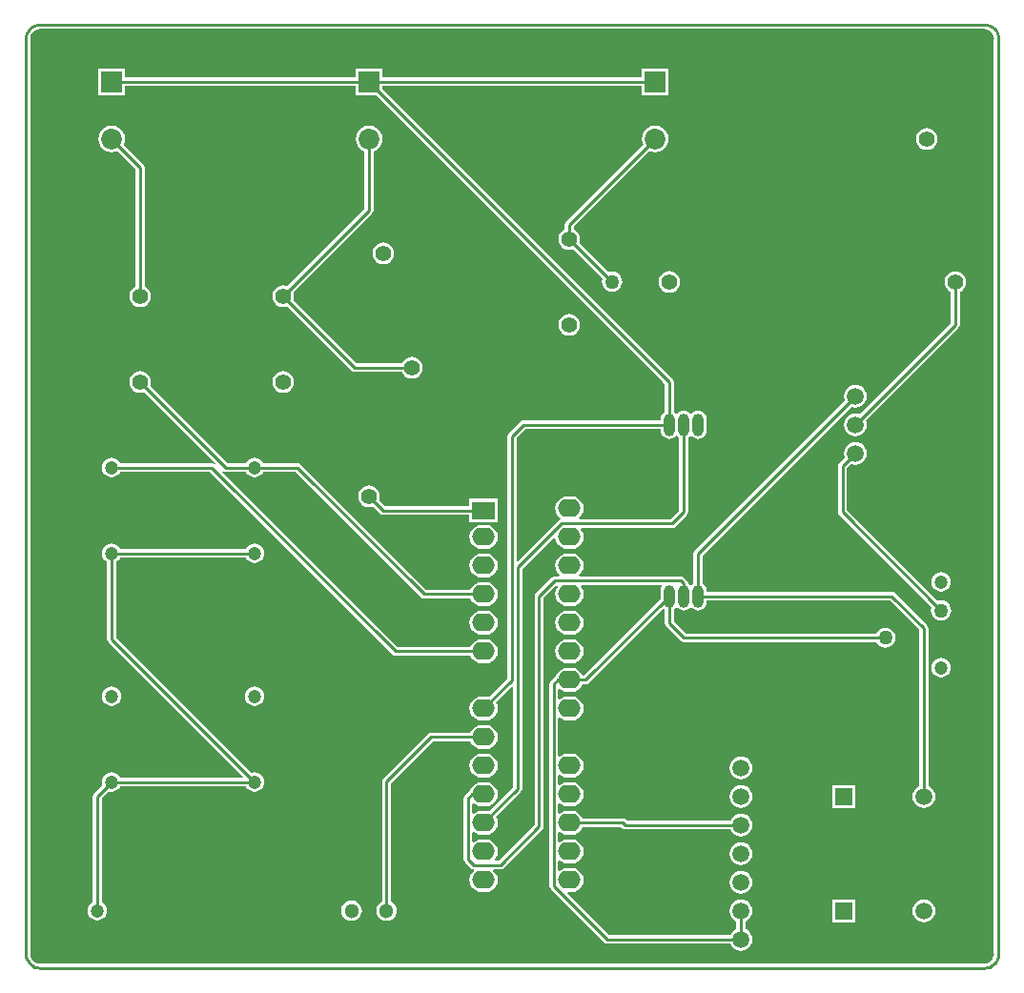
<source format=gtl>
G04 Layer_Physical_Order=1*
G04 Layer_Color=255*
%FSLAX25Y25*%
%MOIN*%
G70*
G01*
G75*
%ADD10C,0.01000*%
%ADD11C,0.04724*%
%ADD12C,0.05512*%
%ADD13C,0.05906*%
%ADD14R,0.05906X0.05906*%
%ADD15O,0.03937X0.07874*%
%ADD16O,0.03937X0.07874*%
%ADD17C,0.05118*%
%ADD18O,0.07874X0.06299*%
%ADD19R,0.07874X0.06299*%
%ADD20R,0.05906X0.05906*%
%ADD21R,0.07284X0.07284*%
%ADD22C,0.07284*%
%ADD23C,0.05000*%
G36*
X545901Y498361D02*
X546740Y498014D01*
X547461Y497461D01*
X548014Y496740D01*
X548361Y495901D01*
X548476Y495028D01*
X548471Y495000D01*
Y175000D01*
X548476Y174972D01*
X548361Y174099D01*
X548014Y173260D01*
X547461Y172539D01*
X546740Y171986D01*
X545901Y171639D01*
X545028Y171524D01*
X545000Y171529D01*
X215000D01*
X214972Y171524D01*
X214099Y171639D01*
X213260Y171986D01*
X212539Y172539D01*
X211986Y173260D01*
X211639Y174099D01*
X211524Y174972D01*
X211529Y175000D01*
Y495000D01*
X211524Y495028D01*
X211639Y495901D01*
X211986Y496740D01*
X212539Y497461D01*
X213260Y498014D01*
X214099Y498361D01*
X214972Y498476D01*
X215000Y498471D01*
X545000D01*
X545028Y498476D01*
X545901Y498361D01*
D02*
G37*
%LPC*%
G36*
X290000Y268391D02*
X289122Y268276D01*
X288304Y267937D01*
X287602Y267398D01*
X287063Y266696D01*
X286724Y265878D01*
X286609Y265000D01*
X286724Y264122D01*
X287063Y263304D01*
X287602Y262602D01*
X288304Y262063D01*
X289122Y261724D01*
X290000Y261609D01*
X290878Y261724D01*
X291696Y262063D01*
X292398Y262602D01*
X292937Y263304D01*
X293276Y264122D01*
X293391Y265000D01*
X293276Y265878D01*
X292937Y266696D01*
X292398Y267398D01*
X291696Y267937D01*
X290878Y268276D01*
X290000Y268391D01*
D02*
G37*
G36*
X530000Y278391D02*
X529122Y278276D01*
X528304Y277937D01*
X527602Y277398D01*
X527063Y276696D01*
X526724Y275878D01*
X526609Y275000D01*
X526724Y274122D01*
X527063Y273304D01*
X527602Y272602D01*
X528304Y272063D01*
X529122Y271724D01*
X530000Y271609D01*
X530878Y271724D01*
X531696Y272063D01*
X532398Y272602D01*
X532937Y273304D01*
X533276Y274122D01*
X533391Y275000D01*
X533276Y275878D01*
X532937Y276696D01*
X532398Y277398D01*
X531696Y277937D01*
X530878Y278276D01*
X530000Y278391D01*
D02*
G37*
G36*
X370827Y254933D02*
X369252D01*
X368169Y254791D01*
X367159Y254373D01*
X366293Y253708D01*
X365627Y252841D01*
X365394Y252277D01*
X351748D01*
X351163Y252161D01*
X350667Y251829D01*
X335021Y236184D01*
X334689Y235688D01*
X334573Y235102D01*
Y193219D01*
X334308Y193109D01*
X333564Y192538D01*
X332994Y191795D01*
X332635Y190929D01*
X332513Y190000D01*
X332635Y189071D01*
X332994Y188205D01*
X333564Y187462D01*
X334308Y186891D01*
X335173Y186533D01*
X336102Y186410D01*
X337032Y186533D01*
X337897Y186891D01*
X338641Y187462D01*
X339211Y188205D01*
X339570Y189071D01*
X339692Y190000D01*
X339570Y190929D01*
X339211Y191795D01*
X338641Y192538D01*
X337897Y193109D01*
X337632Y193219D01*
Y234469D01*
X352381Y249219D01*
X365394D01*
X365627Y248655D01*
X366293Y247789D01*
X367159Y247123D01*
X368169Y246705D01*
X369252Y246563D01*
X370827D01*
X371910Y246705D01*
X372920Y247123D01*
X373786Y247789D01*
X374451Y248655D01*
X374870Y249665D01*
X375012Y250748D01*
X374870Y251831D01*
X374451Y252841D01*
X373786Y253708D01*
X372920Y254373D01*
X371910Y254791D01*
X370827Y254933D01*
D02*
G37*
G36*
X240000Y268391D02*
X239122Y268276D01*
X238304Y267937D01*
X237602Y267398D01*
X237063Y266696D01*
X236724Y265878D01*
X236609Y265000D01*
X236724Y264122D01*
X237063Y263304D01*
X237602Y262602D01*
X238304Y262063D01*
X239122Y261724D01*
X240000Y261609D01*
X240878Y261724D01*
X241696Y262063D01*
X242398Y262602D01*
X242937Y263304D01*
X243276Y264122D01*
X243391Y265000D01*
X243276Y265878D01*
X242937Y266696D01*
X242398Y267398D01*
X241696Y267937D01*
X240878Y268276D01*
X240000Y268391D01*
D02*
G37*
G36*
X400827Y294933D02*
X399252D01*
X398169Y294791D01*
X397159Y294373D01*
X396292Y293707D01*
X395627Y292841D01*
X395209Y291831D01*
X395067Y290748D01*
X395209Y289665D01*
X395627Y288655D01*
X396292Y287789D01*
X397159Y287123D01*
X398169Y286705D01*
X399252Y286563D01*
X400827D01*
X401910Y286705D01*
X402919Y287123D01*
X403786Y287789D01*
X404452Y288655D01*
X404870Y289665D01*
X405012Y290748D01*
X404870Y291831D01*
X404452Y292841D01*
X403786Y293707D01*
X402919Y294373D01*
X401910Y294791D01*
X400827Y294933D01*
D02*
G37*
G36*
X530000Y308391D02*
X529122Y308276D01*
X528304Y307937D01*
X527602Y307398D01*
X527063Y306696D01*
X526724Y305878D01*
X526609Y305000D01*
X526724Y304122D01*
X527063Y303304D01*
X527602Y302602D01*
X528304Y302063D01*
X529122Y301724D01*
X530000Y301609D01*
X530878Y301724D01*
X531696Y302063D01*
X532398Y302602D01*
X532937Y303304D01*
X533276Y304122D01*
X533391Y305000D01*
X533276Y305878D01*
X532937Y306696D01*
X532398Y307398D01*
X531696Y307937D01*
X530878Y308276D01*
X530000Y308391D01*
D02*
G37*
G36*
X400827Y284933D02*
X399252D01*
X398169Y284791D01*
X397159Y284373D01*
X396292Y283707D01*
X395627Y282841D01*
X395209Y281831D01*
X395067Y280748D01*
X395209Y279665D01*
X395627Y278655D01*
X396292Y277788D01*
X397159Y277123D01*
X398169Y276705D01*
X399252Y276563D01*
X400827D01*
X401910Y276705D01*
X402919Y277123D01*
X403786Y277788D01*
X404452Y278655D01*
X404870Y279665D01*
X405012Y280748D01*
X404870Y281831D01*
X404452Y282841D01*
X403786Y283707D01*
X402919Y284373D01*
X401910Y284791D01*
X400827Y284933D01*
D02*
G37*
G36*
X370827Y294933D02*
X369252D01*
X368169Y294791D01*
X367159Y294373D01*
X366293Y293707D01*
X365627Y292841D01*
X365209Y291831D01*
X365067Y290748D01*
X365209Y289665D01*
X365627Y288655D01*
X366293Y287789D01*
X367159Y287123D01*
X368169Y286705D01*
X369252Y286563D01*
X370827D01*
X371910Y286705D01*
X372920Y287123D01*
X373786Y287789D01*
X374451Y288655D01*
X374870Y289665D01*
X375012Y290748D01*
X374870Y291831D01*
X374451Y292841D01*
X373786Y293707D01*
X372920Y294373D01*
X371910Y294791D01*
X370827Y294933D01*
D02*
G37*
G36*
Y244933D02*
X369252D01*
X368169Y244791D01*
X367159Y244373D01*
X366293Y243707D01*
X365627Y242841D01*
X365209Y241831D01*
X365067Y240748D01*
X365209Y239665D01*
X365627Y238655D01*
X366293Y237789D01*
X367159Y237123D01*
X368169Y236705D01*
X369252Y236563D01*
X370827D01*
X371910Y236705D01*
X372920Y237123D01*
X373786Y237789D01*
X374451Y238655D01*
X374870Y239665D01*
X375012Y240748D01*
X374870Y241831D01*
X374451Y242841D01*
X373786Y243707D01*
X372920Y244373D01*
X371910Y244791D01*
X370827Y244933D01*
D02*
G37*
G36*
X323898Y193590D02*
X322969Y193467D01*
X322103Y193109D01*
X321359Y192538D01*
X320789Y191795D01*
X320430Y190929D01*
X320308Y190000D01*
X320430Y189071D01*
X320789Y188205D01*
X321359Y187462D01*
X322103Y186891D01*
X322969Y186533D01*
X323898Y186410D01*
X324827Y186533D01*
X325693Y186891D01*
X326436Y187462D01*
X327006Y188205D01*
X327365Y189071D01*
X327487Y190000D01*
X327365Y190929D01*
X327006Y191795D01*
X326436Y192538D01*
X325693Y193109D01*
X324827Y193467D01*
X323898Y193590D01*
D02*
G37*
G36*
X460000Y203987D02*
X458968Y203851D01*
X458007Y203453D01*
X457181Y202819D01*
X456547Y201993D01*
X456149Y201032D01*
X456013Y200000D01*
X456149Y198968D01*
X456547Y198007D01*
X457181Y197181D01*
X458007Y196547D01*
X458968Y196149D01*
X460000Y196013D01*
X461032Y196149D01*
X461993Y196547D01*
X462819Y197181D01*
X463453Y198007D01*
X463851Y198968D01*
X463987Y200000D01*
X463851Y201032D01*
X463453Y201993D01*
X462819Y202819D01*
X461993Y203453D01*
X461032Y203851D01*
X460000Y203987D01*
D02*
G37*
G36*
X523976Y193987D02*
X522944Y193851D01*
X521983Y193453D01*
X521157Y192819D01*
X520524Y191993D01*
X520125Y191032D01*
X519989Y190000D01*
X520125Y188968D01*
X520524Y188007D01*
X521157Y187181D01*
X521983Y186547D01*
X522944Y186149D01*
X523976Y186013D01*
X525008Y186149D01*
X525970Y186547D01*
X526795Y187181D01*
X527429Y188007D01*
X527827Y188968D01*
X527963Y190000D01*
X527827Y191032D01*
X527429Y191993D01*
X526795Y192819D01*
X525970Y193453D01*
X525008Y193851D01*
X523976Y193987D01*
D02*
G37*
G36*
X499976Y193953D02*
X492071D01*
Y186047D01*
X499976D01*
Y193953D01*
D02*
G37*
G36*
Y233953D02*
X492071D01*
Y226047D01*
X499976D01*
Y233953D01*
D02*
G37*
G36*
X460000Y243987D02*
X458968Y243851D01*
X458007Y243453D01*
X457181Y242819D01*
X456547Y241993D01*
X456149Y241032D01*
X456013Y240000D01*
X456149Y238968D01*
X456547Y238007D01*
X457181Y237181D01*
X458007Y236547D01*
X458968Y236149D01*
X460000Y236013D01*
X461032Y236149D01*
X461993Y236547D01*
X462819Y237181D01*
X463453Y238007D01*
X463851Y238968D01*
X463987Y240000D01*
X463851Y241032D01*
X463453Y241993D01*
X462819Y242819D01*
X461993Y243453D01*
X461032Y243851D01*
X460000Y243987D01*
D02*
G37*
G36*
Y213987D02*
X458968Y213851D01*
X458007Y213453D01*
X457181Y212819D01*
X456547Y211993D01*
X456149Y211032D01*
X456013Y210000D01*
X456149Y208968D01*
X456547Y208007D01*
X457181Y207181D01*
X458007Y206547D01*
X458968Y206149D01*
X460000Y206013D01*
X461032Y206149D01*
X461993Y206547D01*
X462819Y207181D01*
X463453Y208007D01*
X463851Y208968D01*
X463987Y210000D01*
X463851Y211032D01*
X463453Y211993D01*
X462819Y212819D01*
X461993Y213453D01*
X461032Y213851D01*
X460000Y213987D01*
D02*
G37*
G36*
Y233987D02*
X458968Y233851D01*
X458007Y233453D01*
X457181Y232819D01*
X456547Y231993D01*
X456149Y231032D01*
X456013Y230000D01*
X456149Y228968D01*
X456547Y228007D01*
X457181Y227181D01*
X458007Y226547D01*
X458968Y226149D01*
X460000Y226013D01*
X461032Y226149D01*
X461993Y226547D01*
X462819Y227181D01*
X463453Y228007D01*
X463851Y228968D01*
X463987Y230000D01*
X463851Y231032D01*
X463453Y231993D01*
X462819Y232819D01*
X461993Y233453D01*
X461032Y233851D01*
X460000Y233987D01*
D02*
G37*
G36*
X435000Y413788D02*
X434020Y413659D01*
X433106Y413281D01*
X432321Y412679D01*
X431719Y411894D01*
X431341Y410981D01*
X431212Y410000D01*
X431341Y409020D01*
X431719Y408106D01*
X432321Y407321D01*
X433106Y406719D01*
X434020Y406341D01*
X435000Y406212D01*
X435981Y406341D01*
X436894Y406719D01*
X437679Y407321D01*
X438281Y408106D01*
X438659Y409020D01*
X438788Y410000D01*
X438659Y410981D01*
X438281Y411894D01*
X437679Y412679D01*
X436894Y413281D01*
X435981Y413659D01*
X435000Y413788D01*
D02*
G37*
G36*
X330000Y464682D02*
X328788Y464522D01*
X327659Y464054D01*
X326690Y463310D01*
X325945Y462341D01*
X325478Y461212D01*
X325318Y460000D01*
X325478Y458788D01*
X325945Y457659D01*
X326690Y456690D01*
X327659Y455945D01*
X328471Y455609D01*
Y435634D01*
X301345Y408508D01*
X300980Y408659D01*
X300000Y408788D01*
X299020Y408659D01*
X298106Y408281D01*
X297321Y407679D01*
X296719Y406894D01*
X296341Y405980D01*
X296212Y405000D01*
X296341Y404019D01*
X296719Y403106D01*
X297321Y402321D01*
X298106Y401719D01*
X299020Y401341D01*
X300000Y401212D01*
X300980Y401341D01*
X301345Y401492D01*
X323919Y378919D01*
X324415Y378587D01*
X325000Y378471D01*
X341568D01*
X341719Y378106D01*
X342321Y377321D01*
X343106Y376719D01*
X344020Y376341D01*
X345000Y376212D01*
X345981Y376341D01*
X346894Y376719D01*
X347679Y377321D01*
X348281Y378106D01*
X348659Y379019D01*
X348788Y380000D01*
X348659Y380980D01*
X348281Y381894D01*
X347679Y382679D01*
X346894Y383281D01*
X345981Y383659D01*
X345000Y383788D01*
X344020Y383659D01*
X343106Y383281D01*
X342321Y382679D01*
X341719Y381894D01*
X341568Y381529D01*
X325634D01*
X303508Y403655D01*
X303659Y404019D01*
X303788Y405000D01*
X303659Y405980D01*
X303508Y406345D01*
X331081Y433919D01*
X331413Y434415D01*
X331529Y435000D01*
Y455609D01*
X332341Y455945D01*
X333311Y456690D01*
X334054Y457659D01*
X334522Y458788D01*
X334682Y460000D01*
X334522Y461212D01*
X334054Y462341D01*
X333311Y463310D01*
X332341Y464054D01*
X331212Y464522D01*
X330000Y464682D01*
D02*
G37*
G36*
X400000Y398788D02*
X399020Y398659D01*
X398106Y398281D01*
X397321Y397679D01*
X396719Y396894D01*
X396341Y395981D01*
X396212Y395000D01*
X396341Y394020D01*
X396719Y393106D01*
X397321Y392321D01*
X398106Y391719D01*
X399020Y391341D01*
X400000Y391212D01*
X400981Y391341D01*
X401894Y391719D01*
X402679Y392321D01*
X403281Y393106D01*
X403659Y394020D01*
X403788Y395000D01*
X403659Y395981D01*
X403281Y396894D01*
X402679Y397679D01*
X401894Y398281D01*
X400981Y398659D01*
X400000Y398788D01*
D02*
G37*
G36*
X240000Y464682D02*
X238788Y464522D01*
X237659Y464054D01*
X236689Y463310D01*
X235946Y462341D01*
X235478Y461212D01*
X235318Y460000D01*
X235478Y458788D01*
X235946Y457659D01*
X236689Y456690D01*
X237659Y455945D01*
X238788Y455478D01*
X240000Y455318D01*
X241212Y455478D01*
X242023Y455814D01*
X248471Y449367D01*
Y408432D01*
X248106Y408281D01*
X247321Y407679D01*
X246719Y406894D01*
X246341Y405980D01*
X246212Y405000D01*
X246341Y404019D01*
X246719Y403106D01*
X247321Y402321D01*
X248106Y401719D01*
X249020Y401341D01*
X250000Y401212D01*
X250980Y401341D01*
X251894Y401719D01*
X252679Y402321D01*
X253281Y403106D01*
X253659Y404019D01*
X253788Y405000D01*
X253659Y405980D01*
X253281Y406894D01*
X252679Y407679D01*
X251894Y408281D01*
X251529Y408432D01*
Y450000D01*
X251413Y450585D01*
X251081Y451081D01*
X244186Y457977D01*
X244522Y458788D01*
X244682Y460000D01*
X244522Y461212D01*
X244055Y462341D01*
X243310Y463310D01*
X242341Y464054D01*
X241212Y464522D01*
X240000Y464682D01*
D02*
G37*
G36*
X525000Y463788D02*
X524019Y463659D01*
X523106Y463281D01*
X522321Y462679D01*
X521719Y461894D01*
X521341Y460981D01*
X521212Y460000D01*
X521341Y459020D01*
X521719Y458106D01*
X522321Y457321D01*
X523106Y456719D01*
X524019Y456341D01*
X525000Y456212D01*
X525981Y456341D01*
X526894Y456719D01*
X527679Y457321D01*
X528281Y458106D01*
X528659Y459020D01*
X528788Y460000D01*
X528659Y460981D01*
X528281Y461894D01*
X527679Y462679D01*
X526894Y463281D01*
X525981Y463659D01*
X525000Y463788D01*
D02*
G37*
G36*
X434642Y484642D02*
X425358D01*
Y481529D01*
X334642D01*
Y484642D01*
X325358D01*
Y481529D01*
X244642D01*
Y484642D01*
X235358D01*
Y475358D01*
X244642D01*
Y478471D01*
X325358D01*
Y475358D01*
X332479D01*
X433471Y374366D01*
Y364537D01*
X432883Y364086D01*
X432407Y363466D01*
X432108Y362743D01*
X432006Y361968D01*
Y361529D01*
X384000D01*
X383415Y361413D01*
X382919Y361081D01*
X378919Y357081D01*
X378587Y356585D01*
X378471Y356000D01*
Y271342D01*
X371917Y264788D01*
X371910Y264791D01*
X370827Y264933D01*
X369252D01*
X368169Y264791D01*
X367159Y264373D01*
X366293Y263707D01*
X365627Y262841D01*
X365209Y261831D01*
X365067Y260748D01*
X365209Y259665D01*
X365627Y258655D01*
X366293Y257788D01*
X367159Y257123D01*
X368169Y256705D01*
X369252Y256563D01*
X370827D01*
X371910Y256705D01*
X372920Y257123D01*
X373786Y257788D01*
X374451Y258655D01*
X374870Y259665D01*
X375012Y260748D01*
X374870Y261831D01*
X374451Y262841D01*
X374383Y262929D01*
X380009Y268554D01*
X380471Y268363D01*
Y233342D01*
X371917Y224788D01*
X371910Y224791D01*
X370827Y224933D01*
X369252D01*
X368169Y224791D01*
X367159Y224373D01*
X366629Y223966D01*
X366129Y224213D01*
Y227283D01*
X366629Y227530D01*
X367159Y227123D01*
X368169Y226705D01*
X369252Y226563D01*
X370827D01*
X371910Y226705D01*
X372920Y227123D01*
X373786Y227788D01*
X374451Y228655D01*
X374870Y229665D01*
X375012Y230748D01*
X374870Y231831D01*
X374451Y232841D01*
X373786Y233707D01*
X372920Y234373D01*
X371910Y234791D01*
X370827Y234933D01*
X369252D01*
X368169Y234791D01*
X367159Y234373D01*
X366293Y233707D01*
X365627Y232841D01*
X365319Y232097D01*
X364919Y231829D01*
X363519Y230429D01*
X363187Y229933D01*
X363071Y229348D01*
Y208000D01*
X363187Y207415D01*
X363519Y206919D01*
X365519Y204919D01*
X366015Y204587D01*
X366493Y204492D01*
X366619Y204203D01*
X366635Y203971D01*
X366293Y203708D01*
X365627Y202841D01*
X365209Y201831D01*
X365067Y200748D01*
X365209Y199665D01*
X365627Y198655D01*
X366293Y197789D01*
X367159Y197123D01*
X368169Y196705D01*
X369252Y196563D01*
X370827D01*
X371910Y196705D01*
X372920Y197123D01*
X373786Y197789D01*
X374451Y198655D01*
X374870Y199665D01*
X375012Y200748D01*
X374870Y201831D01*
X374451Y202841D01*
X373786Y203708D01*
X373444Y203971D01*
X373613Y204471D01*
X376000D01*
X376585Y204587D01*
X377081Y204919D01*
X390481Y218319D01*
X390813Y218815D01*
X390929Y219400D01*
Y299366D01*
X395409Y303846D01*
X395767Y303805D01*
X395990Y303313D01*
X395627Y302841D01*
X395209Y301831D01*
X395067Y300748D01*
X395209Y299665D01*
X395627Y298655D01*
X396292Y297789D01*
X397159Y297123D01*
X398169Y296705D01*
X399252Y296563D01*
X400827D01*
X401910Y296705D01*
X402919Y297123D01*
X403786Y297789D01*
X404452Y298655D01*
X404870Y299665D01*
X405012Y300748D01*
X404870Y301831D01*
X404452Y302841D01*
X403968Y303471D01*
X404215Y303971D01*
X432229D01*
X432450Y303522D01*
X432407Y303466D01*
X432108Y302743D01*
X432006Y301969D01*
Y299169D01*
X405147Y272310D01*
X404650Y272362D01*
X404452Y272841D01*
X403786Y273708D01*
X402919Y274373D01*
X401910Y274791D01*
X400827Y274933D01*
X399252D01*
X398169Y274791D01*
X397159Y274373D01*
X396292Y273708D01*
X395627Y272841D01*
X395319Y272097D01*
X394919Y271829D01*
X393519Y270429D01*
X393187Y269933D01*
X393071Y269348D01*
Y198700D01*
X393187Y198115D01*
X393519Y197619D01*
X412219Y178919D01*
X412715Y178587D01*
X413300Y178471D01*
X456355D01*
X456547Y178007D01*
X457181Y177181D01*
X458007Y176547D01*
X458968Y176149D01*
X460000Y176013D01*
X461032Y176149D01*
X461993Y176547D01*
X462819Y177181D01*
X463453Y178007D01*
X463851Y178968D01*
X463987Y180000D01*
X463851Y181032D01*
X463453Y181993D01*
X462819Y182819D01*
X461993Y183453D01*
X461529Y183645D01*
Y186355D01*
X461993Y186547D01*
X462819Y187181D01*
X463453Y188007D01*
X463851Y188968D01*
X463987Y190000D01*
X463851Y191032D01*
X463453Y191993D01*
X462819Y192819D01*
X461993Y193453D01*
X461032Y193851D01*
X460000Y193987D01*
X458968Y193851D01*
X458007Y193453D01*
X457181Y192819D01*
X456547Y191993D01*
X456149Y191032D01*
X456013Y190000D01*
X456149Y188968D01*
X456547Y188007D01*
X457181Y187181D01*
X458007Y186547D01*
X458471Y186355D01*
Y183645D01*
X458007Y183453D01*
X457181Y182819D01*
X456547Y181993D01*
X456355Y181529D01*
X413934D01*
X399400Y196063D01*
X399607Y196563D01*
X400827D01*
X401910Y196705D01*
X402919Y197123D01*
X403786Y197789D01*
X404452Y198655D01*
X404870Y199665D01*
X405012Y200748D01*
X404870Y201831D01*
X404452Y202841D01*
X403786Y203708D01*
X402919Y204373D01*
X401910Y204791D01*
X400827Y204933D01*
X399252D01*
X398169Y204791D01*
X397159Y204373D01*
X396629Y203966D01*
X396129Y204213D01*
Y207283D01*
X396629Y207530D01*
X397159Y207123D01*
X398169Y206705D01*
X399252Y206563D01*
X400827D01*
X401910Y206705D01*
X402919Y207123D01*
X403786Y207788D01*
X404452Y208655D01*
X404870Y209665D01*
X405012Y210748D01*
X404870Y211831D01*
X404452Y212841D01*
X403786Y213707D01*
X402919Y214373D01*
X401910Y214791D01*
X400827Y214933D01*
X399252D01*
X398169Y214791D01*
X397159Y214373D01*
X396629Y213966D01*
X396129Y214213D01*
Y217283D01*
X396629Y217530D01*
X397159Y217123D01*
X398169Y216705D01*
X399252Y216563D01*
X400827D01*
X401910Y216705D01*
X402919Y217123D01*
X403786Y217789D01*
X404452Y218655D01*
X404685Y219219D01*
X418118D01*
X418419Y218919D01*
X418915Y218587D01*
X419500Y218471D01*
X456355D01*
X456547Y218007D01*
X457181Y217181D01*
X458007Y216547D01*
X458968Y216149D01*
X460000Y216013D01*
X461032Y216149D01*
X461993Y216547D01*
X462819Y217181D01*
X463453Y218007D01*
X463851Y218968D01*
X463987Y220000D01*
X463851Y221032D01*
X463453Y221993D01*
X462819Y222819D01*
X461993Y223453D01*
X461032Y223851D01*
X460000Y223987D01*
X458968Y223851D01*
X458007Y223453D01*
X457181Y222819D01*
X456547Y221993D01*
X456355Y221529D01*
X420133D01*
X419833Y221829D01*
X419337Y222161D01*
X418752Y222277D01*
X404685D01*
X404452Y222841D01*
X403786Y223708D01*
X402919Y224373D01*
X401910Y224791D01*
X400827Y224933D01*
X399252D01*
X398169Y224791D01*
X397159Y224373D01*
X396629Y223966D01*
X396129Y224213D01*
Y227283D01*
X396629Y227530D01*
X397159Y227123D01*
X398169Y226705D01*
X399252Y226563D01*
X400827D01*
X401910Y226705D01*
X402919Y227123D01*
X403786Y227788D01*
X404452Y228655D01*
X404870Y229665D01*
X405012Y230748D01*
X404870Y231831D01*
X404452Y232841D01*
X403786Y233707D01*
X402919Y234373D01*
X401910Y234791D01*
X400827Y234933D01*
X399252D01*
X398169Y234791D01*
X397159Y234373D01*
X396629Y233966D01*
X396129Y234213D01*
Y237283D01*
X396629Y237530D01*
X397159Y237123D01*
X398169Y236705D01*
X399252Y236563D01*
X400827D01*
X401910Y236705D01*
X402919Y237123D01*
X403786Y237789D01*
X404452Y238655D01*
X404870Y239665D01*
X405012Y240748D01*
X404870Y241831D01*
X404452Y242841D01*
X403786Y243707D01*
X402919Y244373D01*
X401910Y244791D01*
X400827Y244933D01*
X399252D01*
X398169Y244791D01*
X397159Y244373D01*
X396629Y243966D01*
X396129Y244213D01*
Y257283D01*
X396629Y257530D01*
X397159Y257123D01*
X398169Y256705D01*
X399252Y256563D01*
X400827D01*
X401910Y256705D01*
X402919Y257123D01*
X403786Y257788D01*
X404452Y258655D01*
X404870Y259665D01*
X405012Y260748D01*
X404870Y261831D01*
X404452Y262841D01*
X403786Y263707D01*
X402919Y264373D01*
X401910Y264791D01*
X400827Y264933D01*
X399252D01*
X398169Y264791D01*
X397159Y264373D01*
X396629Y263966D01*
X396129Y264213D01*
Y267283D01*
X396629Y267530D01*
X397159Y267123D01*
X398169Y266705D01*
X399252Y266563D01*
X400827D01*
X401910Y266705D01*
X402919Y267123D01*
X403786Y267789D01*
X404452Y268655D01*
X404685Y269219D01*
X405748D01*
X406333Y269335D01*
X406829Y269667D01*
X432993Y295830D01*
X433471Y295463D01*
Y290500D01*
X433587Y289915D01*
X433919Y289419D01*
X438919Y284419D01*
X439415Y284087D01*
X440000Y283971D01*
X507345D01*
X507443Y283735D01*
X508004Y283004D01*
X508735Y282443D01*
X509586Y282090D01*
X510500Y281970D01*
X511414Y282090D01*
X512265Y282443D01*
X512996Y283004D01*
X513557Y283735D01*
X513910Y284586D01*
X514030Y285500D01*
X513910Y286414D01*
X513557Y287265D01*
X512996Y287996D01*
X512265Y288557D01*
X511414Y288910D01*
X510500Y289030D01*
X509586Y288910D01*
X508735Y288557D01*
X508004Y287996D01*
X507443Y287265D01*
X507345Y287029D01*
X440633D01*
X436529Y291133D01*
Y295463D01*
X437117Y295914D01*
X437250Y296087D01*
X437750D01*
X437883Y295914D01*
X438503Y295439D01*
X439225Y295139D01*
X440000Y295037D01*
X440775Y295139D01*
X441497Y295439D01*
X442117Y295914D01*
X442250Y296087D01*
X442750D01*
X442883Y295914D01*
X443503Y295439D01*
X444225Y295139D01*
X445000Y295037D01*
X445775Y295139D01*
X446497Y295439D01*
X447117Y295914D01*
X447593Y296534D01*
X447892Y297257D01*
X447994Y298031D01*
Y298471D01*
X512143D01*
X522447Y288166D01*
Y233645D01*
X521983Y233453D01*
X521157Y232819D01*
X520524Y231993D01*
X520125Y231032D01*
X519989Y230000D01*
X520125Y228968D01*
X520524Y228007D01*
X521157Y227181D01*
X521983Y226547D01*
X522944Y226149D01*
X523976Y226013D01*
X525008Y226149D01*
X525970Y226547D01*
X526795Y227181D01*
X527429Y228007D01*
X527827Y228968D01*
X527963Y230000D01*
X527827Y231032D01*
X527429Y231993D01*
X526795Y232819D01*
X525970Y233453D01*
X525506Y233645D01*
Y288800D01*
X525389Y289385D01*
X525058Y289881D01*
X513858Y301081D01*
X513362Y301413D01*
X512776Y301529D01*
X447994D01*
Y301969D01*
X447892Y302743D01*
X447593Y303466D01*
X447117Y304086D01*
X446529Y304537D01*
Y314367D01*
X498504Y366341D01*
X498968Y366149D01*
X500000Y366013D01*
X501032Y366149D01*
X501993Y366547D01*
X502819Y367181D01*
X503453Y368007D01*
X503851Y368968D01*
X503987Y370000D01*
X503851Y371032D01*
X503453Y371993D01*
X502819Y372819D01*
X501993Y373453D01*
X501032Y373851D01*
X500000Y373987D01*
X498968Y373851D01*
X498007Y373453D01*
X497181Y372819D01*
X496547Y371993D01*
X496149Y371032D01*
X496013Y370000D01*
X496149Y368968D01*
X496341Y368504D01*
X443919Y316081D01*
X443587Y315585D01*
X443471Y315000D01*
Y304537D01*
X442883Y304086D01*
X442750Y303913D01*
X442250D01*
X442117Y304086D01*
X441521Y304543D01*
X441413Y305085D01*
X441081Y305581D01*
X440081Y306581D01*
X439585Y306913D01*
X439000Y307029D01*
X403618D01*
X403449Y307529D01*
X403786Y307788D01*
X404452Y308655D01*
X404870Y309665D01*
X405012Y310748D01*
X404870Y311831D01*
X404452Y312841D01*
X403786Y313707D01*
X402919Y314373D01*
X401910Y314791D01*
X400827Y314933D01*
X399252D01*
X398169Y314791D01*
X397159Y314373D01*
X396292Y313707D01*
X395627Y312841D01*
X395209Y311831D01*
X395067Y310748D01*
X395209Y309665D01*
X395627Y308655D01*
X396292Y307788D01*
X396630Y307529D01*
X396460Y307029D01*
X394900D01*
X394315Y306913D01*
X393819Y306581D01*
X388319Y301081D01*
X387987Y300585D01*
X387871Y300000D01*
Y220034D01*
X375366Y207529D01*
X374218D01*
X373971Y208029D01*
X374451Y208655D01*
X374870Y209665D01*
X375012Y210748D01*
X374870Y211831D01*
X374451Y212841D01*
X373786Y213707D01*
X372920Y214373D01*
X371910Y214791D01*
X370827Y214933D01*
X369252D01*
X368169Y214791D01*
X367159Y214373D01*
X366629Y213966D01*
X366129Y214213D01*
Y217283D01*
X366629Y217530D01*
X367159Y217123D01*
X368169Y216705D01*
X369252Y216563D01*
X370827D01*
X371910Y216705D01*
X372920Y217123D01*
X373786Y217789D01*
X374451Y218655D01*
X374870Y219665D01*
X375012Y220748D01*
X374870Y221831D01*
X374451Y222841D01*
X374383Y222929D01*
X383081Y231627D01*
X383413Y232123D01*
X383529Y232709D01*
Y309438D01*
X394595Y320503D01*
X395122Y320324D01*
X395209Y319665D01*
X395627Y318655D01*
X396292Y317789D01*
X397159Y317123D01*
X398169Y316705D01*
X399252Y316563D01*
X400827D01*
X401910Y316705D01*
X402919Y317123D01*
X403786Y317789D01*
X404452Y318655D01*
X404870Y319665D01*
X405012Y320748D01*
X404870Y321831D01*
X404452Y322841D01*
X404047Y323368D01*
X404293Y323868D01*
X436000D01*
X436585Y323985D01*
X437081Y324316D01*
X441081Y328316D01*
X441413Y328812D01*
X441529Y329398D01*
Y355463D01*
X442117Y355914D01*
X442250Y356087D01*
X442750D01*
X442883Y355914D01*
X443503Y355438D01*
X444225Y355139D01*
X445000Y355037D01*
X445775Y355139D01*
X446497Y355438D01*
X447117Y355914D01*
X447593Y356534D01*
X447892Y357257D01*
X447994Y358032D01*
Y361968D01*
X447892Y362743D01*
X447593Y363466D01*
X447117Y364086D01*
X446497Y364562D01*
X445775Y364861D01*
X445000Y364963D01*
X444225Y364861D01*
X443503Y364562D01*
X442883Y364086D01*
X442750Y363913D01*
X442250D01*
X442117Y364086D01*
X441497Y364562D01*
X440775Y364861D01*
X440000Y364963D01*
X439225Y364861D01*
X438503Y364562D01*
X437883Y364086D01*
X437750Y363913D01*
X437250D01*
X437117Y364086D01*
X436529Y364537D01*
Y375000D01*
X436413Y375585D01*
X436081Y376081D01*
X334642Y477521D01*
Y478471D01*
X425358D01*
Y475358D01*
X434642D01*
Y484642D01*
D02*
G37*
G36*
X335000Y423788D02*
X334019Y423659D01*
X333106Y423281D01*
X332321Y422679D01*
X331719Y421894D01*
X331341Y420981D01*
X331212Y420000D01*
X331341Y419020D01*
X331719Y418106D01*
X332321Y417321D01*
X333106Y416719D01*
X334019Y416341D01*
X335000Y416212D01*
X335981Y416341D01*
X336894Y416719D01*
X337679Y417321D01*
X338281Y418106D01*
X338659Y419020D01*
X338788Y420000D01*
X338659Y420981D01*
X338281Y421894D01*
X337679Y422679D01*
X336894Y423281D01*
X335981Y423659D01*
X335000Y423788D01*
D02*
G37*
G36*
X430000Y464682D02*
X428788Y464522D01*
X427659Y464054D01*
X426689Y463310D01*
X425946Y462341D01*
X425478Y461212D01*
X425318Y460000D01*
X425478Y458788D01*
X425814Y457977D01*
X398919Y431081D01*
X398587Y430585D01*
X398471Y430000D01*
Y428432D01*
X398106Y428281D01*
X397321Y427679D01*
X396719Y426894D01*
X396341Y425981D01*
X396212Y425000D01*
X396341Y424019D01*
X396719Y423106D01*
X397321Y422321D01*
X398106Y421719D01*
X399020Y421341D01*
X400000Y421212D01*
X400981Y421341D01*
X401345Y421492D01*
X411688Y411149D01*
X411590Y410914D01*
X411470Y410000D01*
X411590Y409086D01*
X411943Y408235D01*
X412504Y407504D01*
X413235Y406943D01*
X414086Y406590D01*
X415000Y406470D01*
X415914Y406590D01*
X416765Y406943D01*
X417496Y407504D01*
X418057Y408235D01*
X418410Y409086D01*
X418530Y410000D01*
X418410Y410914D01*
X418057Y411765D01*
X417496Y412496D01*
X416765Y413057D01*
X415914Y413410D01*
X415000Y413530D01*
X414086Y413410D01*
X413851Y413312D01*
X403508Y423655D01*
X403659Y424019D01*
X403788Y425000D01*
X403659Y425981D01*
X403281Y426894D01*
X402679Y427679D01*
X401894Y428281D01*
X401529Y428432D01*
Y429366D01*
X427977Y455814D01*
X428788Y455478D01*
X430000Y455318D01*
X431212Y455478D01*
X432341Y455945D01*
X433311Y456690D01*
X434055Y457659D01*
X434522Y458788D01*
X434682Y460000D01*
X434522Y461212D01*
X434055Y462341D01*
X433311Y463310D01*
X432341Y464054D01*
X431212Y464522D01*
X430000Y464682D01*
D02*
G37*
G36*
X300000Y378788D02*
X299020Y378659D01*
X298106Y378281D01*
X297321Y377679D01*
X296719Y376894D01*
X296341Y375980D01*
X296212Y375000D01*
X296341Y374020D01*
X296719Y373106D01*
X297321Y372321D01*
X298106Y371719D01*
X299020Y371341D01*
X300000Y371212D01*
X300980Y371341D01*
X301894Y371719D01*
X302679Y372321D01*
X303281Y373106D01*
X303659Y374020D01*
X303788Y375000D01*
X303659Y375980D01*
X303281Y376894D01*
X302679Y377679D01*
X301894Y378281D01*
X300980Y378659D01*
X300000Y378788D01*
D02*
G37*
G36*
X330000Y338788D02*
X329019Y338659D01*
X328106Y338281D01*
X327321Y337679D01*
X326719Y336894D01*
X326341Y335981D01*
X326212Y335000D01*
X326341Y334019D01*
X326719Y333106D01*
X327321Y332321D01*
X328106Y331719D01*
X329019Y331341D01*
X330000Y331212D01*
X330980Y331341D01*
X331345Y331492D01*
X333919Y328919D01*
X334415Y328587D01*
X335000Y328471D01*
X365063D01*
Y325850D01*
X374937D01*
Y334150D01*
X365063D01*
Y331529D01*
X335633D01*
X333508Y333655D01*
X333659Y334019D01*
X333788Y335000D01*
X333659Y335981D01*
X333281Y336894D01*
X332679Y337679D01*
X331894Y338281D01*
X330980Y338659D01*
X330000Y338788D01*
D02*
G37*
G36*
X370827Y324933D02*
X369252D01*
X368169Y324791D01*
X367159Y324373D01*
X366293Y323708D01*
X365627Y322841D01*
X365209Y321831D01*
X365067Y320748D01*
X365209Y319665D01*
X365627Y318655D01*
X366293Y317789D01*
X367159Y317123D01*
X368169Y316705D01*
X369252Y316563D01*
X370827D01*
X371910Y316705D01*
X372920Y317123D01*
X373786Y317789D01*
X374451Y318655D01*
X374870Y319665D01*
X375012Y320748D01*
X374870Y321831D01*
X374451Y322841D01*
X373786Y323708D01*
X372920Y324373D01*
X371910Y324791D01*
X370827Y324933D01*
D02*
G37*
G36*
X290000Y318391D02*
X289122Y318276D01*
X288304Y317937D01*
X287602Y317398D01*
X287063Y316696D01*
X286994Y316529D01*
X243006D01*
X242937Y316696D01*
X242398Y317398D01*
X241696Y317937D01*
X240878Y318276D01*
X240000Y318391D01*
X239122Y318276D01*
X238304Y317937D01*
X237602Y317398D01*
X237063Y316696D01*
X236724Y315878D01*
X236609Y315000D01*
X236724Y314122D01*
X237063Y313304D01*
X237602Y312602D01*
X238304Y312063D01*
X238471Y311994D01*
Y285000D01*
X238587Y284415D01*
X238919Y283919D01*
X285846Y236991D01*
X285654Y236529D01*
X243006D01*
X242937Y236696D01*
X242398Y237398D01*
X241696Y237937D01*
X240878Y238276D01*
X240000Y238391D01*
X239122Y238276D01*
X238304Y237937D01*
X237602Y237398D01*
X237063Y236696D01*
X236724Y235878D01*
X236609Y235000D01*
X236724Y234122D01*
X236793Y233956D01*
X233919Y231081D01*
X233587Y230585D01*
X233471Y230000D01*
Y193006D01*
X233304Y192937D01*
X232602Y192398D01*
X232063Y191696D01*
X231724Y190878D01*
X231609Y190000D01*
X231724Y189122D01*
X232063Y188304D01*
X232602Y187602D01*
X233304Y187063D01*
X234122Y186724D01*
X235000Y186609D01*
X235878Y186724D01*
X236696Y187063D01*
X237398Y187602D01*
X237937Y188304D01*
X238276Y189122D01*
X238391Y190000D01*
X238276Y190878D01*
X237937Y191696D01*
X237398Y192398D01*
X236696Y192937D01*
X236529Y193006D01*
Y229366D01*
X238956Y231793D01*
X239122Y231724D01*
X240000Y231609D01*
X240878Y231724D01*
X241696Y232063D01*
X242398Y232602D01*
X242937Y233304D01*
X243006Y233471D01*
X286994D01*
X287063Y233304D01*
X287602Y232602D01*
X288304Y232063D01*
X289122Y231724D01*
X290000Y231609D01*
X290878Y231724D01*
X291696Y232063D01*
X292398Y232602D01*
X292937Y233304D01*
X293276Y234122D01*
X293391Y235000D01*
X293276Y235878D01*
X292937Y236696D01*
X292398Y237398D01*
X291696Y237937D01*
X290878Y238276D01*
X290000Y238391D01*
X289122Y238276D01*
X288956Y238207D01*
X241529Y285633D01*
Y311994D01*
X241696Y312063D01*
X242398Y312602D01*
X242937Y313304D01*
X243006Y313471D01*
X286994D01*
X287063Y313304D01*
X287602Y312602D01*
X288304Y312063D01*
X289122Y311724D01*
X290000Y311609D01*
X290878Y311724D01*
X291696Y312063D01*
X292398Y312602D01*
X292937Y313304D01*
X293276Y314122D01*
X293391Y315000D01*
X293276Y315878D01*
X292937Y316696D01*
X292398Y317398D01*
X291696Y317937D01*
X290878Y318276D01*
X290000Y318391D01*
D02*
G37*
G36*
X370827Y314933D02*
X369252D01*
X368169Y314791D01*
X367159Y314373D01*
X366293Y313707D01*
X365627Y312841D01*
X365209Y311831D01*
X365067Y310748D01*
X365209Y309665D01*
X365627Y308655D01*
X366293Y307788D01*
X367159Y307123D01*
X368169Y306705D01*
X369252Y306563D01*
X370827D01*
X371910Y306705D01*
X372920Y307123D01*
X373786Y307788D01*
X374451Y308655D01*
X374870Y309665D01*
X375012Y310748D01*
X374870Y311831D01*
X374451Y312841D01*
X373786Y313707D01*
X372920Y314373D01*
X371910Y314791D01*
X370827Y314933D01*
D02*
G37*
G36*
X535000Y413788D02*
X534020Y413659D01*
X533106Y413281D01*
X532321Y412679D01*
X531719Y411894D01*
X531341Y410981D01*
X531212Y410000D01*
X531341Y409020D01*
X531719Y408106D01*
X532321Y407321D01*
X533106Y406719D01*
X533471Y406568D01*
Y395634D01*
X501496Y363659D01*
X501032Y363851D01*
X500000Y363987D01*
X498968Y363851D01*
X498007Y363453D01*
X497181Y362819D01*
X496547Y361993D01*
X496149Y361032D01*
X496013Y360000D01*
X496149Y358968D01*
X496547Y358007D01*
X497181Y357181D01*
X498007Y356547D01*
X498968Y356149D01*
X500000Y356013D01*
X501032Y356149D01*
X501993Y356547D01*
X502819Y357181D01*
X503453Y358007D01*
X503851Y358968D01*
X503987Y360000D01*
X503851Y361032D01*
X503659Y361496D01*
X536081Y393919D01*
X536413Y394415D01*
X536529Y395000D01*
Y406568D01*
X536894Y406719D01*
X537679Y407321D01*
X538281Y408106D01*
X538659Y409020D01*
X538788Y410000D01*
X538659Y410981D01*
X538281Y411894D01*
X537679Y412679D01*
X536894Y413281D01*
X535981Y413659D01*
X535000Y413788D01*
D02*
G37*
G36*
X250000Y378788D02*
X249020Y378659D01*
X248106Y378281D01*
X247321Y377679D01*
X246719Y376894D01*
X246341Y375980D01*
X246212Y375000D01*
X246341Y374020D01*
X246719Y373106D01*
X247321Y372321D01*
X248106Y371719D01*
X249020Y371341D01*
X250000Y371212D01*
X250980Y371341D01*
X251345Y371492D01*
X276301Y346536D01*
X275982Y346148D01*
X275585Y346413D01*
X275000Y346529D01*
X243006D01*
X242937Y346696D01*
X242398Y347398D01*
X241696Y347937D01*
X240878Y348276D01*
X240000Y348391D01*
X239122Y348276D01*
X238304Y347937D01*
X237602Y347398D01*
X237063Y346696D01*
X236724Y345878D01*
X236609Y345000D01*
X236724Y344122D01*
X237063Y343304D01*
X237602Y342602D01*
X238304Y342063D01*
X239122Y341724D01*
X240000Y341609D01*
X240878Y341724D01*
X241696Y342063D01*
X242398Y342602D01*
X242937Y343304D01*
X243006Y343471D01*
X274366D01*
X338171Y279667D01*
X338667Y279335D01*
X339252Y279219D01*
X365394D01*
X365627Y278655D01*
X366293Y277788D01*
X367159Y277123D01*
X368169Y276705D01*
X369252Y276563D01*
X370827D01*
X371910Y276705D01*
X372920Y277123D01*
X373786Y277788D01*
X374451Y278655D01*
X374870Y279665D01*
X375012Y280748D01*
X374870Y281831D01*
X374451Y282841D01*
X373786Y283707D01*
X372920Y284373D01*
X371910Y284791D01*
X370827Y284933D01*
X369252D01*
X368169Y284791D01*
X367159Y284373D01*
X366293Y283707D01*
X365627Y282841D01*
X365394Y282277D01*
X339885D01*
X278699Y343464D01*
X279018Y343852D01*
X279415Y343587D01*
X280000Y343471D01*
X286994D01*
X287063Y343304D01*
X287602Y342602D01*
X288304Y342063D01*
X289122Y341724D01*
X290000Y341609D01*
X290878Y341724D01*
X291696Y342063D01*
X292398Y342602D01*
X292937Y343304D01*
X293006Y343471D01*
X304366D01*
X348171Y299667D01*
X348667Y299335D01*
X349252Y299219D01*
X365394D01*
X365627Y298655D01*
X366293Y297789D01*
X367159Y297123D01*
X368169Y296705D01*
X369252Y296563D01*
X370827D01*
X371910Y296705D01*
X372920Y297123D01*
X373786Y297789D01*
X374451Y298655D01*
X374870Y299665D01*
X375012Y300748D01*
X374870Y301831D01*
X374451Y302841D01*
X373786Y303708D01*
X372920Y304373D01*
X371910Y304791D01*
X370827Y304933D01*
X369252D01*
X368169Y304791D01*
X367159Y304373D01*
X366293Y303708D01*
X365627Y302841D01*
X365394Y302277D01*
X349886D01*
X306081Y346081D01*
X305585Y346413D01*
X305000Y346529D01*
X293006D01*
X292937Y346696D01*
X292398Y347398D01*
X291696Y347937D01*
X290878Y348276D01*
X290000Y348391D01*
X289122Y348276D01*
X288304Y347937D01*
X287602Y347398D01*
X287063Y346696D01*
X286994Y346529D01*
X280633D01*
X253508Y373655D01*
X253659Y374020D01*
X253788Y375000D01*
X253659Y375980D01*
X253281Y376894D01*
X252679Y377679D01*
X251894Y378281D01*
X250980Y378659D01*
X250000Y378788D01*
D02*
G37*
G36*
X500000Y353987D02*
X498968Y353851D01*
X498007Y353453D01*
X497181Y352819D01*
X496547Y351993D01*
X496149Y351032D01*
X496013Y350000D01*
X496149Y348968D01*
X496341Y348504D01*
X494419Y346581D01*
X494087Y346085D01*
X493971Y345500D01*
Y329500D01*
X494087Y328915D01*
X494419Y328419D01*
X526688Y296149D01*
X526590Y295914D01*
X526470Y295000D01*
X526590Y294086D01*
X526943Y293235D01*
X527504Y292504D01*
X528235Y291943D01*
X529086Y291590D01*
X530000Y291470D01*
X530914Y291590D01*
X531765Y291943D01*
X532496Y292504D01*
X533057Y293235D01*
X533410Y294086D01*
X533530Y295000D01*
X533410Y295914D01*
X533057Y296765D01*
X532496Y297496D01*
X531765Y298057D01*
X530914Y298410D01*
X530000Y298530D01*
X529086Y298410D01*
X528851Y298312D01*
X497029Y330134D01*
Y344866D01*
X498504Y346341D01*
X498968Y346149D01*
X500000Y346013D01*
X501032Y346149D01*
X501993Y346547D01*
X502819Y347181D01*
X503453Y348007D01*
X503851Y348968D01*
X503987Y350000D01*
X503851Y351032D01*
X503453Y351993D01*
X502819Y352819D01*
X501993Y353453D01*
X501032Y353851D01*
X500000Y353987D01*
D02*
G37*
%LPD*%
G36*
X432006Y358032D02*
X432108Y357257D01*
X432407Y356534D01*
X432883Y355914D01*
X433503Y355438D01*
X434225Y355139D01*
X435000Y355037D01*
X435775Y355139D01*
X436497Y355438D01*
X437117Y355914D01*
X437250Y356087D01*
X437750D01*
X437883Y355914D01*
X438471Y355463D01*
Y330031D01*
X435366Y326927D01*
X403485D01*
X403315Y327427D01*
X403786Y327788D01*
X404452Y328655D01*
X404870Y329665D01*
X405012Y330748D01*
X404870Y331831D01*
X404452Y332841D01*
X403786Y333707D01*
X402919Y334373D01*
X401910Y334791D01*
X400827Y334933D01*
X399252D01*
X398169Y334791D01*
X397159Y334373D01*
X396292Y333707D01*
X395627Y332841D01*
X395209Y331831D01*
X395067Y330748D01*
X395209Y329665D01*
X395627Y328655D01*
X396292Y327788D01*
X396869Y327346D01*
X396744Y326811D01*
X396741Y326811D01*
X396245Y326479D01*
X381991Y312226D01*
X381529Y312417D01*
Y355366D01*
X384633Y358471D01*
X432006D01*
Y358032D01*
D02*
G37*
D10*
X215000Y500000D02*
X214024Y499904D01*
X213087Y499619D01*
X212222Y499157D01*
X211465Y498535D01*
X210843Y497778D01*
X210381Y496913D01*
X210096Y495975D01*
X210000Y495000D01*
Y175000D02*
X210096Y174024D01*
X210381Y173087D01*
X210843Y172222D01*
X211465Y171465D01*
X212222Y170843D01*
X213087Y170381D01*
X214024Y170096D01*
X215000Y170000D01*
X545000D02*
X545975Y170096D01*
X546913Y170381D01*
X547778Y170843D01*
X548535Y171465D01*
X549157Y172222D01*
X549619Y173087D01*
X549904Y174024D01*
X550000Y175000D01*
Y495000D02*
X549904Y495975D01*
X549619Y496913D01*
X549157Y497778D01*
X548535Y498535D01*
X547778Y499157D01*
X546913Y499619D01*
X545975Y499904D01*
X545000Y500000D01*
X495500Y345500D02*
X500000Y350000D01*
X495500Y329500D02*
Y345500D01*
Y329500D02*
X530000Y295000D01*
X235000Y190000D02*
Y230000D01*
X240000Y235000D01*
X290000D01*
X240000Y285000D02*
X290000Y235000D01*
X240000Y285000D02*
Y315000D01*
X290000D01*
X370039Y260748D02*
X380000Y270709D01*
Y356000D01*
X384000Y360000D01*
X435000D01*
X400039Y270748D02*
X405748D01*
X435000Y300000D01*
Y360000D02*
Y375000D01*
X330000Y480000D02*
X435000Y375000D01*
X240000Y480000D02*
X330000D01*
X430000D01*
X396000Y270748D02*
X400039D01*
X394600Y269348D02*
X396000Y270748D01*
X394600Y198700D02*
Y269348D01*
Y198700D02*
X413300Y180000D01*
X460000D01*
Y190000D01*
X435000Y290500D02*
Y300000D01*
Y290500D02*
X440000Y285500D01*
X510500D01*
X400039Y220748D02*
X418752D01*
X419500Y220000D01*
X460000D01*
X336102Y190000D02*
Y235102D01*
X351748Y250748D01*
X370039D01*
X280000Y345000D02*
X290000D01*
X250000Y375000D02*
X280000Y345000D01*
X290000D02*
X305000D01*
X349252Y300748D01*
X370039D01*
X240000Y345000D02*
X275000D01*
X339252Y280748D01*
X370039D01*
X500000Y360000D02*
X535000Y395000D01*
Y410000D01*
X445000Y300000D02*
Y315000D01*
X500000Y370000D01*
X445000Y300000D02*
X512776D01*
X523976Y288800D01*
Y230000D02*
Y288800D01*
X370039Y220748D02*
X382000Y232709D01*
Y310072D01*
X397326Y325398D01*
X436000D01*
X440000Y329398D01*
Y360000D01*
X366000Y230748D02*
X370039D01*
X364600Y229348D02*
X366000Y230748D01*
X364600Y208000D02*
Y229348D01*
Y208000D02*
X366600Y206000D01*
X376000D01*
X389400Y219400D01*
Y300000D01*
X394900Y305500D01*
X439000D01*
X440000Y304500D01*
Y300000D02*
Y304500D01*
X330000Y335000D02*
X335000Y330000D01*
X370000D01*
X400000Y425000D02*
Y430000D01*
X430000Y460000D01*
X400000Y425000D02*
X415000Y410000D01*
X250000Y405000D02*
Y450000D01*
X240000Y460000D02*
X250000Y450000D01*
X300000Y405000D02*
X325000Y380000D01*
X345000D01*
X300000Y405000D02*
X330000Y435000D01*
Y460000D01*
X265000Y190000D02*
X345748Y270748D01*
X370039D01*
X505000Y410000D02*
Y450000D01*
X495000Y460000D02*
X505000Y450000D01*
Y410000D02*
X509300Y414300D01*
X537000D01*
X539300Y412000D01*
Y379300D02*
Y412000D01*
X500000Y340000D02*
X539300Y379300D01*
X215000Y500000D02*
X250000D01*
X210000Y175000D02*
Y495000D01*
X215000Y170000D02*
X545000D01*
X550000Y175000D02*
Y495000D01*
X250000Y500000D02*
X545000D01*
D11*
X240000Y345000D02*
D03*
Y315000D02*
D03*
X290000Y345000D02*
D03*
Y315000D02*
D03*
X530000Y305000D02*
D03*
Y275000D02*
D03*
X235000Y190000D02*
D03*
X265000D02*
D03*
X240000Y265000D02*
D03*
Y235000D02*
D03*
X290000Y265000D02*
D03*
Y235000D02*
D03*
D12*
X300000Y375000D02*
D03*
Y405000D02*
D03*
X250000Y375000D02*
D03*
Y405000D02*
D03*
X400000Y395000D02*
D03*
Y425000D02*
D03*
X505000Y410000D02*
D03*
X535000D02*
D03*
X330000Y305000D02*
D03*
Y335000D02*
D03*
X495000Y460000D02*
D03*
X525000D02*
D03*
X465000Y410000D02*
D03*
X435000D02*
D03*
X375000Y380000D02*
D03*
X345000D02*
D03*
X365000Y420000D02*
D03*
X335000D02*
D03*
D13*
X500000Y370000D02*
D03*
Y360000D02*
D03*
Y350000D02*
D03*
X523976Y190000D02*
D03*
Y230000D02*
D03*
X460000Y240000D02*
D03*
Y230000D02*
D03*
Y220000D02*
D03*
Y210000D02*
D03*
Y200000D02*
D03*
Y190000D02*
D03*
Y180000D02*
D03*
D14*
X500000Y340000D02*
D03*
X460000Y250000D02*
D03*
D15*
X445000Y360000D02*
D03*
X435000D02*
D03*
X445000Y300000D02*
D03*
X435000D02*
D03*
D16*
X440000Y360000D02*
D03*
Y300000D02*
D03*
D17*
X323898Y190000D02*
D03*
X336102D02*
D03*
D18*
X400039Y200748D02*
D03*
Y210748D02*
D03*
Y220748D02*
D03*
Y230748D02*
D03*
Y240748D02*
D03*
Y250748D02*
D03*
Y260748D02*
D03*
Y270748D02*
D03*
Y280748D02*
D03*
Y290748D02*
D03*
Y300748D02*
D03*
Y310748D02*
D03*
Y320748D02*
D03*
Y330748D02*
D03*
X370039Y200748D02*
D03*
Y210748D02*
D03*
Y220748D02*
D03*
Y230748D02*
D03*
Y240748D02*
D03*
Y250748D02*
D03*
Y260748D02*
D03*
Y270748D02*
D03*
Y280748D02*
D03*
Y290748D02*
D03*
Y300748D02*
D03*
Y310748D02*
D03*
Y320748D02*
D03*
D19*
X370000Y330000D02*
D03*
D20*
X496024Y190000D02*
D03*
Y230000D02*
D03*
D21*
X240000Y480000D02*
D03*
X330000D02*
D03*
X430000D02*
D03*
D22*
X240000Y460000D02*
D03*
X330000D02*
D03*
X430000D02*
D03*
D23*
X530000Y295000D02*
D03*
X510500Y285500D02*
D03*
X415000Y410000D02*
D03*
M02*

</source>
